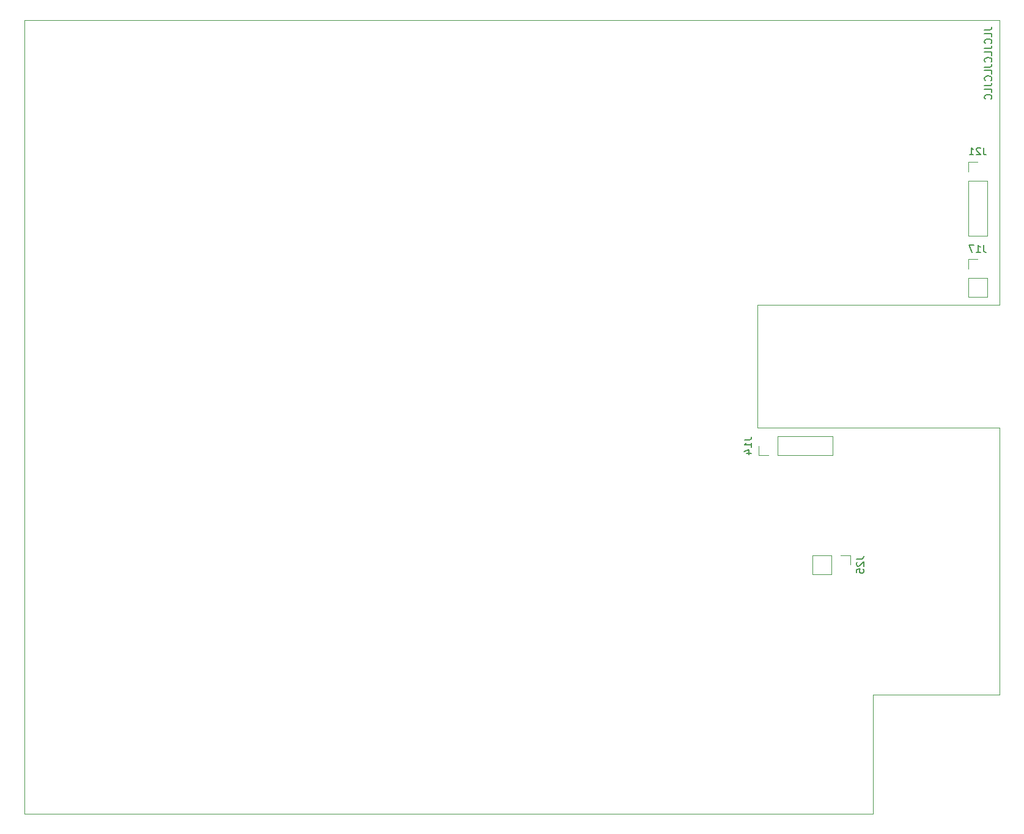
<source format=gbo>
G04 #@! TF.GenerationSoftware,KiCad,Pcbnew,(6.0.0)*
G04 #@! TF.CreationDate,2022-04-30T23:28:04+02:00*
G04 #@! TF.ProjectId,Output-mixer,4f757470-7574-42d6-9d69-7865722e6b69,rev?*
G04 #@! TF.SameCoordinates,Original*
G04 #@! TF.FileFunction,Legend,Bot*
G04 #@! TF.FilePolarity,Positive*
%FSLAX46Y46*%
G04 Gerber Fmt 4.6, Leading zero omitted, Abs format (unit mm)*
G04 Created by KiCad (PCBNEW (6.0.0)) date 2022-04-30 23:28:04*
%MOMM*%
%LPD*%
G01*
G04 APERTURE LIST*
G04 #@! TA.AperFunction,Profile*
%ADD10C,0.050000*%
G04 #@! TD*
G04 #@! TA.AperFunction,Profile*
%ADD11C,0.100000*%
G04 #@! TD*
%ADD12C,0.150000*%
%ADD13C,0.120000*%
%ADD14C,4.000000*%
%ADD15C,1.800000*%
%ADD16C,1.600000*%
%ADD17O,1.600000X1.600000*%
%ADD18R,1.600000X1.600000*%
%ADD19R,1.930000X1.830000*%
%ADD20C,2.130000*%
%ADD21O,3.700000X2.400000*%
%ADD22R,1.800000X1.800000*%
%ADD23C,4.500000*%
%ADD24C,3.200000*%
%ADD25R,1.500000X1.050000*%
%ADD26O,1.500000X1.050000*%
%ADD27R,1.700000X1.700000*%
%ADD28O,1.700000X1.700000*%
G04 APERTURE END LIST*
D10*
X152000000Y-31000000D02*
X152000000Y-70500000D01*
X17000000Y-31000000D02*
X17000000Y-141000000D01*
X17000000Y-31000000D02*
X152000000Y-31000000D01*
D11*
X118500000Y-87500000D02*
X118500000Y-70500000D01*
X152000000Y-87500000D02*
X118500000Y-87500000D01*
X152000000Y-87500000D02*
X152000000Y-124500000D01*
X118500000Y-70500000D02*
X152000000Y-70500000D01*
D10*
X17000000Y-141000000D02*
X134500000Y-141000000D01*
D11*
X152000000Y-124500000D02*
X134500000Y-124500000D01*
X134500000Y-124500000D02*
X134500000Y-141000000D01*
D12*
X149952380Y-32380952D02*
X150666666Y-32380952D01*
X150809523Y-32333333D01*
X150904761Y-32238095D01*
X150952380Y-32095238D01*
X150952380Y-32000000D01*
X150952380Y-33333333D02*
X150952380Y-32857142D01*
X149952380Y-32857142D01*
X150857142Y-34238095D02*
X150904761Y-34190476D01*
X150952380Y-34047619D01*
X150952380Y-33952380D01*
X150904761Y-33809523D01*
X150809523Y-33714285D01*
X150714285Y-33666666D01*
X150523809Y-33619047D01*
X150380952Y-33619047D01*
X150190476Y-33666666D01*
X150095238Y-33714285D01*
X150000000Y-33809523D01*
X149952380Y-33952380D01*
X149952380Y-34047619D01*
X150000000Y-34190476D01*
X150047619Y-34238095D01*
X149952380Y-34952380D02*
X150666666Y-34952380D01*
X150809523Y-34904761D01*
X150904761Y-34809523D01*
X150952380Y-34666666D01*
X150952380Y-34571428D01*
X150952380Y-35904761D02*
X150952380Y-35428571D01*
X149952380Y-35428571D01*
X150857142Y-36809523D02*
X150904761Y-36761904D01*
X150952380Y-36619047D01*
X150952380Y-36523809D01*
X150904761Y-36380952D01*
X150809523Y-36285714D01*
X150714285Y-36238095D01*
X150523809Y-36190476D01*
X150380952Y-36190476D01*
X150190476Y-36238095D01*
X150095238Y-36285714D01*
X150000000Y-36380952D01*
X149952380Y-36523809D01*
X149952380Y-36619047D01*
X150000000Y-36761904D01*
X150047619Y-36809523D01*
X149952380Y-37523809D02*
X150666666Y-37523809D01*
X150809523Y-37476190D01*
X150904761Y-37380952D01*
X150952380Y-37238095D01*
X150952380Y-37142857D01*
X150952380Y-38476190D02*
X150952380Y-38000000D01*
X149952380Y-38000000D01*
X150857142Y-39380952D02*
X150904761Y-39333333D01*
X150952380Y-39190476D01*
X150952380Y-39095238D01*
X150904761Y-38952380D01*
X150809523Y-38857142D01*
X150714285Y-38809523D01*
X150523809Y-38761904D01*
X150380952Y-38761904D01*
X150190476Y-38809523D01*
X150095238Y-38857142D01*
X150000000Y-38952380D01*
X149952380Y-39095238D01*
X149952380Y-39190476D01*
X150000000Y-39333333D01*
X150047619Y-39380952D01*
X149952380Y-40095238D02*
X150666666Y-40095238D01*
X150809523Y-40047619D01*
X150904761Y-39952380D01*
X150952380Y-39809523D01*
X150952380Y-39714285D01*
X150952380Y-41047619D02*
X150952380Y-40571428D01*
X149952380Y-40571428D01*
X150857142Y-41952380D02*
X150904761Y-41904761D01*
X150952380Y-41761904D01*
X150952380Y-41666666D01*
X150904761Y-41523809D01*
X150809523Y-41428571D01*
X150714285Y-41380952D01*
X150523809Y-41333333D01*
X150380952Y-41333333D01*
X150190476Y-41380952D01*
X150095238Y-41428571D01*
X150000000Y-41523809D01*
X149952380Y-41666666D01*
X149952380Y-41761904D01*
X150000000Y-41904761D01*
X150047619Y-41952380D01*
X149809523Y-62182380D02*
X149809523Y-62896666D01*
X149857142Y-63039523D01*
X149952380Y-63134761D01*
X150095238Y-63182380D01*
X150190476Y-63182380D01*
X148809523Y-63182380D02*
X149380952Y-63182380D01*
X149095238Y-63182380D02*
X149095238Y-62182380D01*
X149190476Y-62325238D01*
X149285714Y-62420476D01*
X149380952Y-62468095D01*
X148476190Y-62182380D02*
X147809523Y-62182380D01*
X148238095Y-63182380D01*
X149809523Y-48682380D02*
X149809523Y-49396666D01*
X149857142Y-49539523D01*
X149952380Y-49634761D01*
X150095238Y-49682380D01*
X150190476Y-49682380D01*
X149380952Y-48777619D02*
X149333333Y-48730000D01*
X149238095Y-48682380D01*
X149000000Y-48682380D01*
X148904761Y-48730000D01*
X148857142Y-48777619D01*
X148809523Y-48872857D01*
X148809523Y-48968095D01*
X148857142Y-49110952D01*
X149428571Y-49682380D01*
X148809523Y-49682380D01*
X147857142Y-49682380D02*
X148428571Y-49682380D01*
X148142857Y-49682380D02*
X148142857Y-48682380D01*
X148238095Y-48825238D01*
X148333333Y-48920476D01*
X148428571Y-48968095D01*
X116682380Y-89190476D02*
X117396666Y-89190476D01*
X117539523Y-89142857D01*
X117634761Y-89047619D01*
X117682380Y-88904761D01*
X117682380Y-88809523D01*
X117682380Y-90190476D02*
X117682380Y-89619047D01*
X117682380Y-89904761D02*
X116682380Y-89904761D01*
X116825238Y-89809523D01*
X116920476Y-89714285D01*
X116968095Y-89619047D01*
X117015714Y-91047619D02*
X117682380Y-91047619D01*
X116634761Y-90809523D02*
X117349047Y-90571428D01*
X117349047Y-91190476D01*
X132222380Y-105690476D02*
X132936666Y-105690476D01*
X133079523Y-105642857D01*
X133174761Y-105547619D01*
X133222380Y-105404761D01*
X133222380Y-105309523D01*
X132317619Y-106119047D02*
X132270000Y-106166666D01*
X132222380Y-106261904D01*
X132222380Y-106500000D01*
X132270000Y-106595238D01*
X132317619Y-106642857D01*
X132412857Y-106690476D01*
X132508095Y-106690476D01*
X132650952Y-106642857D01*
X133222380Y-106071428D01*
X133222380Y-106690476D01*
X132222380Y-107595238D02*
X132222380Y-107119047D01*
X132698571Y-107071428D01*
X132650952Y-107119047D01*
X132603333Y-107214285D01*
X132603333Y-107452380D01*
X132650952Y-107547619D01*
X132698571Y-107595238D01*
X132793809Y-107642857D01*
X133031904Y-107642857D01*
X133127142Y-107595238D01*
X133174761Y-107547619D01*
X133222380Y-107452380D01*
X133222380Y-107214285D01*
X133174761Y-107119047D01*
X133127142Y-107071428D01*
D13*
X150330000Y-66770000D02*
X147670000Y-66770000D01*
X149000000Y-64170000D02*
X147670000Y-64170000D01*
X147670000Y-64170000D02*
X147670000Y-65500000D01*
X150330000Y-66770000D02*
X150330000Y-69370000D01*
X147670000Y-66770000D02*
X147670000Y-69370000D01*
X150330000Y-69370000D02*
X147670000Y-69370000D01*
X147670000Y-53270000D02*
X147670000Y-60950000D01*
X147670000Y-50670000D02*
X147670000Y-52000000D01*
X150330000Y-53270000D02*
X150330000Y-60950000D01*
X149000000Y-50670000D02*
X147670000Y-50670000D01*
X150330000Y-53270000D02*
X147670000Y-53270000D01*
X150330000Y-60950000D02*
X147670000Y-60950000D01*
X121270000Y-88670000D02*
X128950000Y-88670000D01*
X118670000Y-91330000D02*
X120000000Y-91330000D01*
X128950000Y-88670000D02*
X128950000Y-91330000D01*
X121270000Y-88670000D02*
X121270000Y-91330000D01*
X118670000Y-90000000D02*
X118670000Y-91330000D01*
X121270000Y-91330000D02*
X128950000Y-91330000D01*
X126130000Y-107830000D02*
X126130000Y-105170000D01*
X128730000Y-107830000D02*
X126130000Y-107830000D01*
X128730000Y-105170000D02*
X126130000Y-105170000D01*
X131330000Y-105170000D02*
X130000000Y-105170000D01*
X128730000Y-107830000D02*
X128730000Y-105170000D01*
X131330000Y-106500000D02*
X131330000Y-105170000D01*
%LPC*%
D14*
X65400000Y-39550000D03*
X56600000Y-39550000D03*
D15*
X63500000Y-46550000D03*
X61000000Y-46550000D03*
X58500000Y-46550000D03*
D16*
X85250000Y-123250000D03*
X85250000Y-128250000D03*
X86080000Y-139000000D03*
D17*
X75920000Y-139000000D03*
D16*
X120250000Y-38920000D03*
D17*
X120250000Y-49080000D03*
D16*
X117000000Y-51500000D03*
D17*
X117000000Y-61660000D03*
D16*
X70750000Y-46000000D03*
X70750000Y-51000000D03*
D18*
X71955112Y-95500000D03*
D16*
X69955112Y-95500000D03*
D19*
X22000000Y-106500000D03*
D20*
X22000000Y-117900000D03*
X22000000Y-109600000D03*
D18*
X134955113Y-94750000D03*
D16*
X132955113Y-94750000D03*
D21*
X41100000Y-70300000D03*
X41100000Y-75000000D03*
X41100000Y-79700000D03*
X45900000Y-70300000D03*
X45900000Y-75000000D03*
X45900000Y-79700000D03*
D18*
X72000000Y-138000000D03*
D16*
X70000000Y-138000000D03*
D22*
X105000000Y-56225000D03*
D15*
X105000000Y-58765000D03*
D16*
X75340000Y-80250000D03*
D17*
X85500000Y-80250000D03*
D16*
X102780000Y-136000000D03*
D17*
X112940000Y-136000000D03*
D16*
X102780000Y-62000000D03*
D17*
X112940000Y-62000000D03*
D14*
X99040000Y-95050000D03*
X90240000Y-95050000D03*
D15*
X97140000Y-102050000D03*
X94640000Y-102050000D03*
X92140000Y-102050000D03*
X133000000Y-67275000D03*
X131000000Y-67275000D03*
X141000000Y-67275000D03*
X135000000Y-67275000D03*
X137000000Y-67275000D03*
X139000000Y-67275000D03*
D23*
X130200000Y-56275000D03*
X141800000Y-56275000D03*
D18*
X127455112Y-94750000D03*
D16*
X125455112Y-94750000D03*
X85500000Y-70500000D03*
D17*
X75340000Y-70500000D03*
D14*
X56600000Y-113550000D03*
X65400000Y-113550000D03*
D15*
X63500000Y-120550000D03*
X61000000Y-120550000D03*
X58500000Y-120550000D03*
D16*
X85830000Y-107500000D03*
D17*
X75670000Y-107500000D03*
D18*
X71955112Y-107250000D03*
D16*
X69955112Y-107250000D03*
X85250000Y-49000000D03*
X85250000Y-54000000D03*
D14*
X56600000Y-58050000D03*
X65400000Y-58050000D03*
D15*
X63500000Y-65050000D03*
X61000000Y-65050000D03*
X58500000Y-65050000D03*
D14*
X99040000Y-76550000D03*
X90240000Y-76550000D03*
D15*
X97140000Y-83550000D03*
X94640000Y-83550000D03*
X92140000Y-83550000D03*
D16*
X86080000Y-135750000D03*
D17*
X75920000Y-135750000D03*
D24*
X130500000Y-136000000D03*
D16*
X75420000Y-57000000D03*
D17*
X85580000Y-57000000D03*
D19*
X32000000Y-51000000D03*
D20*
X32000000Y-62400000D03*
X32000000Y-54100000D03*
D16*
X102780000Y-127000000D03*
D17*
X112940000Y-127000000D03*
D19*
X32000000Y-106500000D03*
D20*
X32000000Y-117900000D03*
X32000000Y-109600000D03*
D19*
X21960000Y-32500000D03*
D20*
X21960000Y-43900000D03*
X21960000Y-35600000D03*
D18*
X71750000Y-57500000D03*
D16*
X69750000Y-57500000D03*
D21*
X41100000Y-107300000D03*
X41100000Y-112000000D03*
X41100000Y-116700000D03*
X45900000Y-107300000D03*
X45900000Y-112000000D03*
X45900000Y-116700000D03*
D19*
X22000000Y-125000000D03*
D20*
X22000000Y-136400000D03*
X22000000Y-128100000D03*
D16*
X120750000Y-125000000D03*
D17*
X120750000Y-135160000D03*
D25*
X110000000Y-37730000D03*
D26*
X110000000Y-39000000D03*
X110000000Y-40270000D03*
D25*
X110000000Y-93230000D03*
D26*
X110000000Y-94500000D03*
X110000000Y-95770000D03*
D16*
X102780000Y-43500000D03*
D17*
X112940000Y-43500000D03*
D19*
X32000000Y-69500000D03*
D20*
X32000000Y-80900000D03*
X32000000Y-72600000D03*
D16*
X120250000Y-61660000D03*
D17*
X120250000Y-51500000D03*
D22*
X105000000Y-130225000D03*
D15*
X105000000Y-132765000D03*
D16*
X102780000Y-117500000D03*
D17*
X112940000Y-117500000D03*
D21*
X41100000Y-33300000D03*
X41100000Y-38000000D03*
X41100000Y-42700000D03*
X45900000Y-33300000D03*
X45900000Y-38000000D03*
X45900000Y-42700000D03*
D16*
X102780000Y-108500000D03*
D17*
X112940000Y-108500000D03*
D22*
X105000000Y-111725000D03*
D15*
X105000000Y-114265000D03*
D16*
X117000000Y-49080000D03*
D17*
X117000000Y-38920000D03*
D16*
X102780000Y-80500000D03*
D17*
X112940000Y-80500000D03*
D19*
X22000000Y-51000000D03*
D20*
X22000000Y-62400000D03*
X22000000Y-54100000D03*
D18*
X74200000Y-128050000D03*
D17*
X76740000Y-128050000D03*
X79280000Y-128050000D03*
X81820000Y-128050000D03*
X81820000Y-120430000D03*
X79280000Y-120430000D03*
X76740000Y-120430000D03*
X74200000Y-120430000D03*
D18*
X148455113Y-91000000D03*
D16*
X146455113Y-91000000D03*
D14*
X56600000Y-76550000D03*
X65400000Y-76550000D03*
D15*
X63500000Y-83550000D03*
X61000000Y-83550000D03*
X58500000Y-83550000D03*
D19*
X22000000Y-88220000D03*
D20*
X22000000Y-99620000D03*
X22000000Y-91320000D03*
D16*
X102780000Y-53000000D03*
D17*
X112940000Y-53000000D03*
D16*
X85080000Y-36250000D03*
D17*
X74920000Y-36250000D03*
D16*
X25340000Y-66000000D03*
D17*
X35500000Y-66000000D03*
D19*
X142000000Y-32500000D03*
D20*
X142000000Y-43900000D03*
X142000000Y-35600000D03*
D15*
X140000000Y-122775000D03*
X138000000Y-122775000D03*
X148000000Y-122775000D03*
X142000000Y-122775000D03*
X144000000Y-122775000D03*
X146000000Y-122775000D03*
D23*
X137200000Y-111775000D03*
X148800000Y-111775000D03*
D14*
X65400000Y-95050000D03*
X56600000Y-95050000D03*
D15*
X63500000Y-102050000D03*
X61000000Y-102050000D03*
X58500000Y-102050000D03*
D16*
X102780000Y-71500000D03*
D17*
X112940000Y-71500000D03*
D16*
X113000000Y-84250000D03*
D17*
X102840000Y-84250000D03*
D19*
X22000000Y-69500000D03*
D20*
X22000000Y-80900000D03*
X22000000Y-72600000D03*
D16*
X89250000Y-87000000D03*
D17*
X99410000Y-87000000D03*
D16*
X70750000Y-120250000D03*
X70750000Y-125250000D03*
D19*
X31960000Y-32500000D03*
D20*
X31960000Y-43900000D03*
X31960000Y-35600000D03*
D16*
X120750000Y-94500000D03*
D17*
X120750000Y-104660000D03*
D16*
X75670000Y-110750000D03*
D17*
X85830000Y-110750000D03*
D16*
X85830000Y-117250000D03*
D17*
X75670000Y-117250000D03*
D16*
X75420000Y-63500000D03*
D17*
X85580000Y-63500000D03*
D14*
X99040000Y-113550000D03*
X90240000Y-113550000D03*
D15*
X97140000Y-120550000D03*
X94640000Y-120550000D03*
X92140000Y-120550000D03*
D16*
X120750000Y-107920000D03*
D17*
X120750000Y-118080000D03*
D18*
X71705113Y-34750000D03*
D16*
X69705113Y-34750000D03*
X75340000Y-73750000D03*
D17*
X85500000Y-73750000D03*
D18*
X71750000Y-70250000D03*
D16*
X69750000Y-70250000D03*
D22*
X44775000Y-47250000D03*
D15*
X42235000Y-47250000D03*
D16*
X75670000Y-114000000D03*
D17*
X85830000Y-114000000D03*
D18*
X141705113Y-91000000D03*
D16*
X139705113Y-91000000D03*
X117500000Y-118080000D03*
D17*
X117500000Y-107920000D03*
D16*
X88920000Y-123750000D03*
D17*
X99080000Y-123750000D03*
D16*
X75920000Y-132500000D03*
D17*
X86080000Y-132500000D03*
D19*
X32000000Y-88220000D03*
D20*
X32000000Y-99620000D03*
X32000000Y-91320000D03*
D16*
X75670000Y-101000000D03*
D17*
X85830000Y-101000000D03*
D14*
X90240000Y-58050000D03*
X99040000Y-58050000D03*
D15*
X97140000Y-65050000D03*
X94640000Y-65050000D03*
X92140000Y-65050000D03*
D14*
X56600000Y-132050000D03*
X65400000Y-132050000D03*
D15*
X63500000Y-139050000D03*
X61000000Y-139050000D03*
X58500000Y-139050000D03*
D22*
X44775000Y-121250000D03*
D15*
X42235000Y-121250000D03*
D16*
X85830000Y-104250000D03*
D17*
X75670000Y-104250000D03*
D16*
X25340000Y-103000000D03*
D17*
X35500000Y-103000000D03*
D16*
X85500000Y-77000000D03*
D17*
X75340000Y-77000000D03*
D16*
X70750000Y-83500000D03*
X70750000Y-88500000D03*
D24*
X123500000Y-66500000D03*
D22*
X44775000Y-102750000D03*
D15*
X42235000Y-102750000D03*
D16*
X85830000Y-97750000D03*
D17*
X75670000Y-97750000D03*
D22*
X44775000Y-84250000D03*
D15*
X42235000Y-84250000D03*
D16*
X25340000Y-121500000D03*
D17*
X35500000Y-121500000D03*
D25*
X110000000Y-130230000D03*
D26*
X110000000Y-131500000D03*
X110000000Y-132770000D03*
D16*
X74920000Y-33000000D03*
D17*
X85080000Y-33000000D03*
D16*
X74920000Y-39500000D03*
D17*
X85080000Y-39500000D03*
D22*
X105000000Y-74725000D03*
D15*
X105000000Y-77265000D03*
D19*
X32000000Y-125000000D03*
D20*
X32000000Y-136400000D03*
X32000000Y-128100000D03*
D21*
X41100000Y-88800000D03*
X41100000Y-93500000D03*
X41100000Y-98200000D03*
X45900000Y-88800000D03*
X45900000Y-93500000D03*
X45900000Y-98200000D03*
D18*
X74200000Y-91300000D03*
D17*
X76740000Y-91300000D03*
X79280000Y-91300000D03*
X81820000Y-91300000D03*
X81820000Y-83680000D03*
X79280000Y-83680000D03*
X76740000Y-83680000D03*
X74200000Y-83680000D03*
D22*
X105000000Y-37730000D03*
D15*
X105000000Y-40270000D03*
D21*
X41100000Y-51800000D03*
X41100000Y-56500000D03*
X41100000Y-61200000D03*
X45900000Y-51800000D03*
X45900000Y-56500000D03*
X45900000Y-61200000D03*
D16*
X25340000Y-139500000D03*
D17*
X35500000Y-139500000D03*
D16*
X102780000Y-99000000D03*
D17*
X112940000Y-99000000D03*
D16*
X85580000Y-60250000D03*
D17*
X75420000Y-60250000D03*
D21*
X41100000Y-125800000D03*
X41100000Y-130500000D03*
X41100000Y-135200000D03*
X45900000Y-125800000D03*
X45900000Y-130500000D03*
X45900000Y-135200000D03*
D16*
X85580000Y-66750000D03*
D17*
X75420000Y-66750000D03*
D16*
X25340000Y-47500000D03*
D17*
X35500000Y-47500000D03*
D16*
X102780000Y-34500000D03*
D17*
X112940000Y-34500000D03*
D16*
X117500000Y-104660000D03*
D17*
X117500000Y-94500000D03*
D25*
X110000000Y-74730000D03*
D26*
X110000000Y-76000000D03*
X110000000Y-77270000D03*
D14*
X90240000Y-39550000D03*
X99040000Y-39550000D03*
D15*
X97140000Y-46550000D03*
X94640000Y-46550000D03*
X92140000Y-46550000D03*
D22*
X44775000Y-139700000D03*
D15*
X42235000Y-139700000D03*
D16*
X85250000Y-86500000D03*
X85250000Y-91500000D03*
X85080000Y-42750000D03*
D17*
X74920000Y-42750000D03*
D16*
X25340000Y-84500000D03*
D17*
X35500000Y-84500000D03*
D22*
X44775000Y-65750000D03*
D15*
X42235000Y-65750000D03*
D19*
X130000000Y-32500000D03*
D20*
X130000000Y-43900000D03*
X130000000Y-35600000D03*
D14*
X90240000Y-132050000D03*
X99040000Y-132050000D03*
D15*
X97140000Y-139050000D03*
X94640000Y-139050000D03*
X92140000Y-139050000D03*
D16*
X75670000Y-94500000D03*
D17*
X85830000Y-94500000D03*
D16*
X117500000Y-135160000D03*
D17*
X117500000Y-125000000D03*
D16*
X102780000Y-90000000D03*
D17*
X112940000Y-90000000D03*
D25*
X110000000Y-56230000D03*
D26*
X110000000Y-57500000D03*
X110000000Y-58770000D03*
D25*
X110000000Y-111730000D03*
D26*
X110000000Y-113000000D03*
X110000000Y-114270000D03*
D18*
X74200000Y-53800000D03*
D17*
X76740000Y-53800000D03*
X79280000Y-53800000D03*
X81820000Y-53800000D03*
X81820000Y-46180000D03*
X79280000Y-46180000D03*
X76740000Y-46180000D03*
X74200000Y-46180000D03*
D22*
X105000000Y-93225000D03*
D15*
X105000000Y-95765000D03*
D27*
X149000000Y-65500000D03*
D28*
X149000000Y-68040000D03*
D27*
X149000000Y-52000000D03*
D28*
X149000000Y-54540000D03*
X149000000Y-57080000D03*
X149000000Y-59620000D03*
D27*
X120000000Y-90000000D03*
D28*
X122540000Y-90000000D03*
X125080000Y-90000000D03*
X127620000Y-90000000D03*
D27*
X130000000Y-106500000D03*
D28*
X127460000Y-106500000D03*
M02*

</source>
